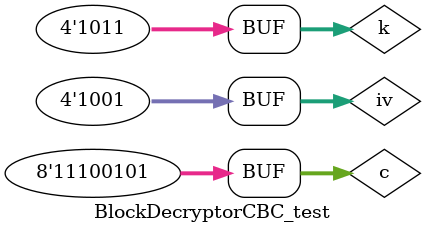
<source format=v>
`timescale 1ns / 1ps

module BlockDecryptorCBC_test;

	// Inputs
	reg [7:0] c;
	reg [3:0] k;
	reg [3:0] iv;

	// Outputs
	wire [7:0] p;

	// Instantiate the Unit Under Test (UUT)
	BlockDecryptorCBC uut (
		.c(c), 
		.k(k), 
		.iv(iv), 
		.p(p)
	);

	initial begin
		// Initialize Inputs
		c = 0;
		k = 4'd11;
		iv = 4'd9;

		// Wait 100 ns for global reset to finish
		#20 c = 8'd25;
		#20 c = 8'd145;
		#20 c = 8'd91;
		#20 c = 8'd108;
		#20 c = 8'd229;
	end
      
endmodule


</source>
